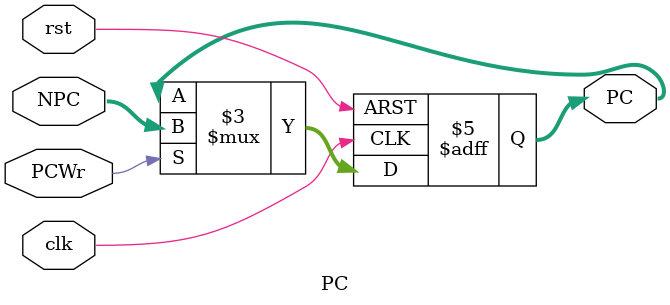
<source format=v>
/* PC

Program Counter 程序计数器
自动忽略最低2位

*/


module PC( clk, rst, PCWr, NPC, PC );

   input         clk;
   input         rst;
   input         PCWr;
   input  [31:0] NPC;
   output [31:0] PC;

   reg [31:0] PC;
   reg [1:0] tmp;

   //always @(posedge PCWr or posedge rst) begin
   always @(posedge clk or posedge rst) begin
      if ( rst )
         PC = 32'h0000_3000;
      else if ( PCWr )
         PC = NPC;
   end // end always

endmodule

</source>
